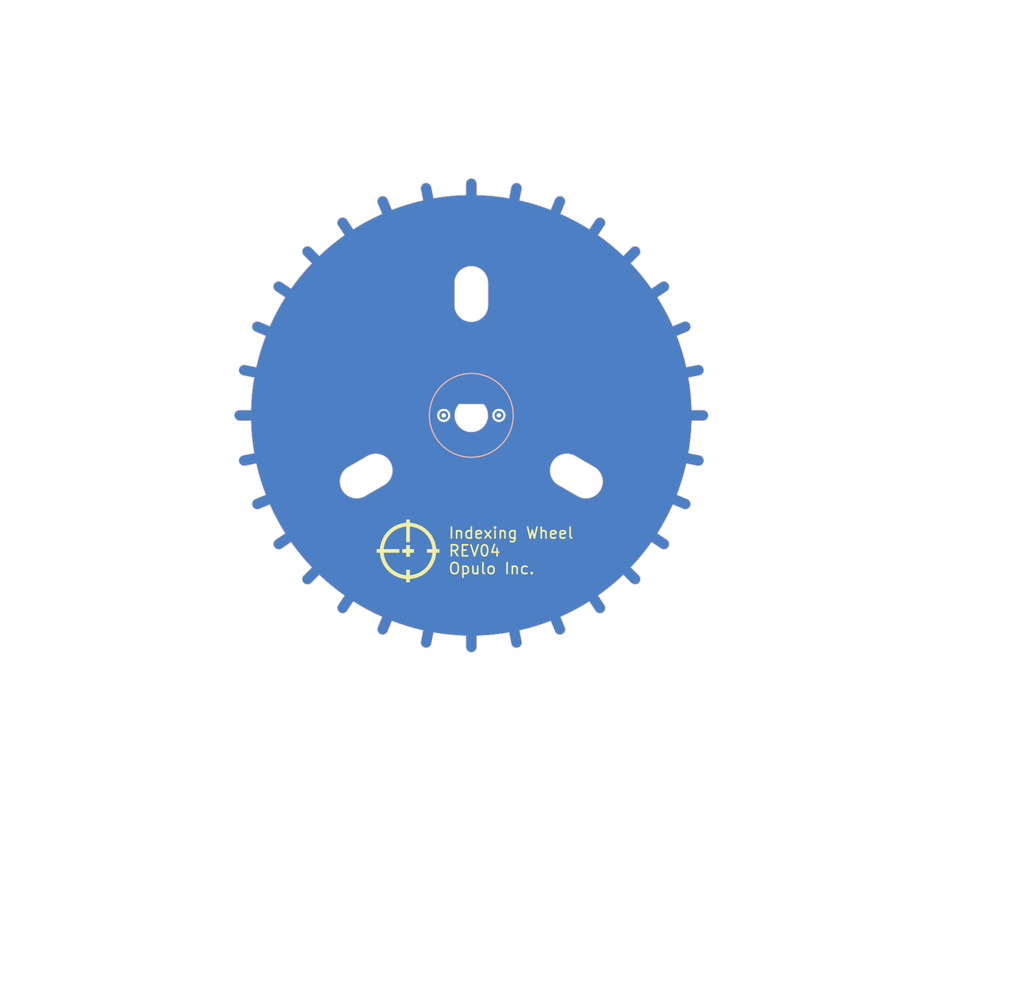
<source format=kicad_pcb>
(kicad_pcb (version 20211014) (generator pcbnew)
  (layers (0 "F.Cu" signal) (31 "B.Cu" signal) (34 "B.Paste" user) (35 "F.Paste" user) (36 "B.SilkS" user "B.Silkscreen") (37 "F.SilkS" user "F.Silkscreen") (38 "B.Mask" user) (39 "F.Mask" user) (44 "Edge.Cuts" user))
  (net 0 "")
  (footprint "index:logo" (layer "F.Cu") (at 143.76 105.28)
    (fp_text reference "G***" hide)
    (fp_text value "LOGO" hide)
    (fp_poly (pts (xy 0.169333 -2.543898) (xy 0.263869 -2.534212) (xy 0.52296 -2.493539) (xy 0.77827 -2.424972) (xy 1.029979 -2.32846) (xy 1.150055 -2.27195) (xy 1.292674 -2.196349) (xy 1.419534 -2.118738) (xy 1.537813 -2.033871) (xy 1.654691 -1.936508) (xy 1.777345 -1.821403) (xy 1.806554 -1.792443) (xy 1.926386 -1.667492) (xy 2.027294 -1.549938) (xy 2.114522 -1.432602) (xy 2.193312 -1.308306) (xy 2.268909 -1.16987) (xy 2.286061 -1.135945) (xy 2.396061 -0.885908) (xy 2.478089 -0.632356) (xy 2.532199 -0.375109) (xy 2.548323 -0.249759) (xy 2.558008 -0.155222) (xy 2.850444 -0.155222) (xy 2.850444 0.169333) (xy 2.557399 0.169333) (xy 2.547535 0.264583) (xy 2.507659 0.521009) (xy 2.441477 0.771033) (xy 2.348236 1.017208) (xy 2.286061 1.150055) (xy 2.21046 1.292674) (xy 2.132848 1.419534) (xy 2.047982 1.537813) (xy 1.950619 1.654691) (xy 1.835514 1.777345) (xy 1.806554 1.806554) (xy 1.681603 1.926386) (xy 1.564049 2.027294) (xy 1.446713 2.114522) (xy 1.322416 2.193312) (xy 1.18398 2.268909) (xy 1.150055 2.286061) (xy 0.900019 2.396061) (xy 0.646466 2.478089) (xy 0.38922 2.532199) (xy 0.263869 2.548323) (xy 0.169333 2.558008) (xy 0.169333 2.850444) (xy -0.155222 2.850444) (xy -0.155222 2.558008) (xy -0.249759 2.548323) (xy -0.508849 2.507649) (xy -0.76416 2.439083) (xy -1.015868 2.34257) (xy -1.135945 2.286061) (xy -1.278563 2.21046) (xy -1.405423 2.132848) (xy -1.523702 2.047982) (xy -1.64058 1.950619) (xy -1.763235 1.835514) (xy -1.792443 1.806554) (xy -1.912275 1.681603) (xy -2.013183 1.564049) (xy -2.100411 1.446713) (xy -2.179202 1.322416) (xy -2.254798 1.18398) (xy -2.27195 1.150055) (xy -2.38195 0.900019) (xy -2.463979 0.646466) (xy -2.518088 0.38922) (xy -2.534212 0.263869) (xy -2.543898 0.169333) (xy -2.836333 0.169333) (xy -2.836333 -0.155222) (xy -2.543898 -0.155222) (xy -2.205231 -0.155222) (xy -0.790222 -0.155222) (xy -0.790222 0.169333) (xy -2.205231 0.169333) (xy -2.195524 0.264583) (xy -2.159639 0.484313) (xy -2.097594 0.704567) (xy -2.011111 0.921475) (xy -1.901907 1.131165) (xy -1.771704 1.329766) (xy -1.659801 1.470858) (xy -1.506596 1.628821) (xy -1.33195 1.773377) (xy -1.140543 1.901804) (xy -0.937055 2.011383) (xy -0.726165 2.09939) (xy -0.512554 2.163106) (xy -0.443468 2.178102) (xy -0.370237 2.192329) (xy -0.31788 2.201925) (xy -0.27962 2.20791) (xy -0.248682 2.211303) (xy -0.218287 2.213125) (xy -0.208139 2.213523) (xy -0.155222 2.215444) (xy -0.155222 1.721555) (xy 0.169333 1.721555) (xy 0.169333 2.219342) (xy 0.264583 2.209635) (xy 0.483298 2.173883) (xy 0.70209 2.112335) (xy 0.916909 2.027114) (xy 1.123706 1.920343) (xy 1.318431 1.794146) (xy 1.497033 1.650645) (xy 1.655463 1.491964) (xy 1.673912 1.470858) (xy 1.818922 1.28327) (xy 1.944237 1.081651) (xy 2.048139 0.869873) (xy 2.128907 0.651808) (xy 2.184824 0.431326) (xy 2.209635 0.264583) (xy 2.219342 0.169333) (xy 1.721555 0.169333) (xy 1.721555 -0.155222) (xy 2.219342 -0.155222) (xy 2.209635 -0.250472) (xy 2.173749 -0.470202) (xy 2.111705 -0.690456) (xy 2.025222 -0.907364) (xy 1.916018 -1.117054) (xy 1.785814 -1.315655) (xy 1.673912 -1.456747) (xy 1.518331 -1.617203) (xy 1.342063 -1.762747) (xy 1.149159 -1.891257) (xy 0.943669 -2.000609) (xy 0.729643 -2.088681) (xy 0.511131 -2.153349) (xy 0.292182 -2.192491) (xy 0.264583 -2.195524) (xy 0.169333 -2.205231) (xy 0.169333 -0.790222) (xy -0.155222 -0.790222) (xy -0.155222 -2.205231) (xy -0.250472 -2.195524) (xy -0.469187 -2.159772) (xy -0.687979 -2.098224) (xy -0.902798 -2.013003) (xy -1.109595 -1.906233) (xy -1.30432 -1.780035) (xy -1.482922 -1.636534) (xy -1.641352 -1.477853) (xy -1.659801 -1.456747) (xy -1.804811 -1.269159) (xy -1.930126 -1.06754) (xy -2.034028 -0.855762) (xy -2.114796 -0.637697) (xy -2.170713 -0.417216) (xy -2.195524 -0.250472) (xy -2.205231 -0.155222) (xy -2.543898 -0.155222) (xy -2.534212 -0.249759) (xy -2.493539 -0.508849) (xy -2.424972 -0.76416) (xy -2.32846 -1.015868) (xy -2.27195 -1.135945) (xy -2.196349 -1.278563) (xy -2.118738 -1.405423) (xy -2.033871 -1.523702) (xy -1.936508 -1.64058) (xy -1.821403 -1.763235) (xy -1.792443 -1.792443) (xy -1.667492 -1.912275) (xy -1.549938 -2.013183) (xy -1.432602 -2.100411) (xy -1.308306 -2.179202) (xy -1.16987 -2.254798) (xy -1.135945 -2.27195) (xy -0.885908 -2.38195) (xy -0.632356 -2.463979) (xy -0.375109 -2.518088) (xy -0.249759 -2.534212) (xy -0.155222 -2.543898) (xy -0.155222 -2.836333) (xy 0.169333 -2.836333) (xy 0.169333 -2.543898)) (layer "F.SilkS") (width 0.01) (fill solid))
    (fp_poly (pts (xy 0.172439 -0.342195) (xy 0.176389 -0.162278) (xy 0.356305 -0.158329) (xy 0.536222 -0.154379) (xy 0.536222 0.16849) (xy 0.356305 0.172439) (xy 0.176389 0.176389) (xy 0.172439 0.356305) (xy 0.16849 0.536222) (xy -0.154379 0.536222) (xy -0.158329 0.356305) (xy -0.162278 0.176389) (xy -0.342195 0.172439) (xy -0.522111 0.16849) (xy -0.522111 -0.154379) (xy -0.342195 -0.158329) (xy -0.162278 -0.162278) (xy -0.158329 -0.342195) (xy -0.154379 -0.522111) (xy 0.16849 -0.522111) (xy 0.172439 -0.342195)) (layer "F.SilkS") (width 0.01) (fill solid))
  )
  (gr_circle (center 149.5 93) (end 153.3 93) (layer "B.SilkS") (width 0.12) (fill none))
  (gr_line (start 142.311014 74.337142) (end 141.926014 73.407142) (layer "Edge.Cuts") (width 0.05))
  (gr_arc (start 160.64 97.7) (mid 161.190445 99.749229) (end 159.141543 100.300889) (layer "Edge.Cuts") (width 0.05))
  (gr_arc (start 141.387023 111.280619) (mid 140.07229 110.63858) (end 138.808014 109.902142) (layer "Edge.Cuts") (width 0.05))
  (gr_line (start 133.154014 81.476142) (end 132.317014 80.917142) (layer "Edge.Cuts") (width 0.05))
  (gr_line (start 129.988014 88.609142) (end 129.001014 88.413142) (layer "Edge.Cuts") (width 0.05))
  (gr_line (start 169.012014 97.391142) (end 169.999014 97.587142) (layer "Edge.Cuts") (width 0.05))
  (gr_arc (start 163.990808 79.215688) (mid 164.95978 80.311962) (end 165.846014 81.476142) (layer "Edge.Cuts") (width 0.05))
  (gr_line (start 135.009014 79.216142) (end 134.297014 78.504142) (layer "Edge.Cuts") (width 0.05))
  (gr_line (start 169.207014 96.410142) (end 170.194014 96.607142) (layer "Edge.Cuts") (width 0.05))
  (gr_arc (start 152.910275 112.707505) (mid 151.46039 112.904085) (end 150.000014 112.994142) (layer "Edge.Cuts") (width 0.05))
  (gr_line (start 138.808014 109.902142) (end 138.249014 110.739142) (layer "Edge.Cuts") (width 0.05))
  (gr_line (start 160.192014 76.098142) (end 160.751014 75.261142) (layer "Edge.Cuts") (width 0.05))
  (gr_arc (start 134.298014 78.505142) (mid 134.297014 77.798142) (end 135.004014 77.797142) (layer "Edge.Cuts") (width 0.05))
  (gr_line (start 150.000014 112.994142) (end 150.000014 114.000142) (layer "Edge.Cuts") (width 0.05))
  (gr_line (start 167.780014 84.887142) (end 168.710014 84.502142) (layer "Edge.Cuts") (width 0.05))
  (gr_arc (start 160.751014 75.261142) (mid 161.445014 75.123142) (end 161.583014 75.817142) (layer "Edge.Cuts") (width 0.05))
  (gr_arc (start 149.000219 112.993745) (mid 147.539871 112.903704) (end 146.090014 112.707142) (layer "Edge.Cuts") (width 0.05))
  (gr_arc (start 129.002014 97.587142) (mid 128.414014 97.195142) (end 128.806014 96.607142) (layer "Edge.Cuts") (width 0.05))
  (gr_line (start 161.024014 109.346142) (end 161.583014 110.183142) (layer "Edge.Cuts") (width 0.05))
  (gr_line (start 161.024014 76.654142) (end 161.583014 75.817142) (layer "Edge.Cuts") (width 0.05))
  (gr_line (start 137.976014 76.654142) (end 137.417014 75.817142) (layer "Edge.Cuts") (width 0.05))
  (gr_line (start 149.000014 73.006142) (end 149.000014 72.000142) (layer "Edge.Cuts") (width 0.05))
  (gr_arc (start 164.702014 107.495142) (mid 164.703014 108.202142) (end 163.996014 108.203142) (layer "Edge.Cuts") (width 0.05))
  (gr_line (start 165.846014 104.524142) (end 166.683014 105.083142) (layer "Edge.Cuts") (width 0.05))
  (gr_arc (start 133.153876 81.476622) (mid 134.040075 80.31243) (end 135.009014 79.216142) (layer "Edge.Cuts") (width 0.05))
  (gr_line (start 135.716014 78.509142) (end 135.004014 77.797142) (layer "Edge.Cuts") (width 0.05))
  (gr_line (start 168.163014 85.811142) (end 169.093014 85.426142) (layer "Edge.Cuts") (width 0.05))
  (gr_line (start 148 81) (end 148 83) (layer "Edge.Cuts") (width 0.05))
  (gr_arc (start 146.089753 73.292779) (mid 147.539638 73.096199) (end 149.000014 73.006142) (layer "Edge.Cuts") (width 0.05))
  (gr_arc (start 128.500014 93.500142) (mid 128.000014 93.000142) (end 128.500014 92.500142) (layer "Edge.Cuts") (width 0.05))
  (gr_arc (start 160.191954 109.901668) (mid 158.927712 110.638103) (end 157.613014 111.280142) (layer "Edge.Cuts") (width 0.05))
  (gr_line (start 141.387014 111.280142) (end 141.002014 112.210142) (layer "Edge.Cuts") (width 0.05))
  (gr_arc (start 144.913014 72.502142) (mid 145.305014 71.914142) (end 145.893014 72.306142) (layer "Edge.Cuts") (width 0.05))
  (gr_line (start 167.780014 101.113142) (end 168.710014 101.498142) (layer "Edge.Cuts") (width 0.05))
  (gr_arc (start 163.284468 107.490936) (mid 162.188194 108.459908) (end 161.024014 109.346142) (layer "Edge.Cuts") (width 0.05))
  (gr_arc (start 151 83) (mid 149.5 84.5) (end 148 83) (layer "Edge.Cuts") (width 0.05))
  (gr_arc (start 130.291014 101.498142) (mid 129.637014 101.228142) (end 129.907014 100.574142) (layer "Edge.Cuts") (width 0.05))
  (gr_line (start 148.400001 92.000001) (end 150.6 92) (layer "Edge.Cuts") (width 0.05))
  (gr_arc (start 167.239014 104.251142) (mid 167.377014 104.945142) (end 166.683014 105.083142) (layer "Edge.Cuts") (width 0.05))
  (gr_line (start 131.220014 101.113142) (end 130.290014 101.498142) (layer "Edge.Cuts") (width 0.05))
  (gr_arc (start 157.613005 74.719665) (mid 158.927738 75.361704) (end 160.192014 76.098142) (layer "Edge.Cuts") (width 0.05))
  (gr_arc (start 131.761014 81.749142) (mid 131.623014 81.055142) (end 132.317014 80.917142) (layer "Edge.Cuts") (width 0.05))
  (gr_arc (start 131.219537 84.887151) (mid 131.861576 83.572418) (end 132.598014 82.308142) (layer "Edge.Cuts") (width 0.05))
  (gr_arc (start 129.506411 92.500347) (mid 129.596452 91.039999) (end 129.793014 89.590142) (layer "Edge.Cuts") (width 0.05))
  (gr_arc (start 161.023534 76.654004) (mid 162.187726 77.540203) (end 163.284014 78.509142) (layer "Edge.Cuts") (width 0.05))
  (gr_arc (start 168.709014 84.502142) (mid 169.363014 84.772142) (end 169.093014 85.426142) (layer "Edge.Cuts") (width 0.05))
  (gr_arc (start 149.999809 73.006539) (mid 151.460157 73.09658) (end 152.910014 73.293142) (layer "Edge.Cuts") (width 0.05))
  (gr_arc (start 169.207377 89.589881) (mid 169.403957 91.039766) (end 169.494014 92.500142) (layer "Edge.Cuts") (width 0.05))
  (gr_arc (start 153.107014 72.307142) (mid 153.694014 71.914142) (end 154.087014 72.501142) (layer "Edge.Cuts") (width 0.05))
  (gr_arc (start 130.8369 100.189523) (mid 130.361243 98.805868) (end 129.988014 97.391142) (layer "Edge.Cuts") (width 0.05))
  (gr_arc (start 141.926014 112.592142) (mid 141.273014 112.863142) (end 141.002014 112.210142) (layer "Edge.Cuts") (width 0.05))
  (gr_line (start 166.402014 82.308142) (end 167.239014 81.749142) (layer "Edge.Cuts") (width 0.05))
  (gr_line (start 153.891014 73.488142) (end 154.087014 72.501142) (layer "Edge.Cuts") (width 0.05))
  (gr_line (start 168.163014 100.189142) (end 169.093014 100.574142) (layer "Edge.Cuts") (width 0.05))
  (gr_arc (start 150.599999 92.000001) (mid 149.5 94.486605) (end 148.400001 92.000001) (layer "Edge.Cuts") (width 0.05))
  (gr_line (start 131.220014 84.887142) (end 130.290014 84.502142) (layer "Edge.Cuts") (width 0.05))
  (gr_arc (start 156.689395 111.663256) (mid 155.30574 112.138913) (end 153.891014 112.512142) (layer "Edge.Cuts") (width 0.05))
  (gr_line (start 129.793014 96.410142) (end 128.806014 96.607142) (layer "Edge.Cuts") (width 0.05))
  (gr_line (start 132.598014 103.692142) (end 131.761014 104.251142) (layer "Edge.Cuts") (width 0.05))
  (gr_line (start 146.090014 73.293142) (end 145.893014 72.306142) (layer "Edge.Cuts") (width 0.05))
  (gr_arc (start 129.908014 85.426142) (mid 129.637014 84.773142) (end 130.290014 84.502142) (layer "Edge.Cuts") (width 0.05))
  (gr_line (start 137.976014 109.346142) (end 137.417014 110.183142) (layer "Edge.Cuts") (width 0.05))
  (gr_arc (start 165.846152 104.523662) (mid 164.959953 105.687854) (end 163.991014 106.784142) (layer "Edge.Cuts") (width 0.05))
  (gr_line (start 165.846014 81.476142) (end 166.683014 80.917142) (layer "Edge.Cuts") (width 0.05))
  (gr_line (start 159.141543 100.300889) (end 157.41 99.3) (layer "Edge.Cuts") (width 0.05))
  (gr_arc (start 149.000014 72.000142) (mid 149.500014 71.500142) (end 150.000014 72.000142) (layer "Edge.Cuts") (width 0.05))
  (gr_arc (start 163.995014 77.798142) (mid 164.702014 77.797142) (end 164.703014 78.504142) (layer "Edge.Cuts") (width 0.05))
  (gr_line (start 166.402014 103.692142) (end 167.239014 104.251142) (layer "Edge.Cuts") (width 0.05))
  (gr_line (start 160.64 97.7) (end 158.911275 96.700736) (layer "Edge.Cuts") (width 0.05))
  (gr_arc (start 153.890654 73.48831) (mid 155.305369 73.861512) (end 156.689014 74.337142) (layer "Edge.Cuts") (width 0.05))
  (gr_arc (start 137.976494 109.34628) (mid 136.812302 108.460081) (end 135.716014 107.491142) (layer "Edge.Cuts") (width 0.05))
  (gr_line (start 169.494014 92.500142) (end 170.500014 92.500142) (layer "Edge.Cuts") (width 0.05))
  (gr_arc (start 135.00922 106.784596) (mid 134.040248 105.688322) (end 133.154014 104.524142) (layer "Edge.Cuts") (width 0.05))
  (gr_line (start 156.689014 111.663142) (end 157.074014 112.593142) (layer "Edge.Cuts") (width 0.05))
  (gr_line (start 138.358394 97.700928) (end 140.08 96.710001) (layer "Edge.Cuts") (width 0.05))
  (gr_line (start 157.613014 74.720142) (end 157.998014 73.790142) (layer "Edge.Cuts") (width 0.05))
  (gr_arc (start 161.583014 110.183142) (mid 161.445014 110.877142) (end 160.751014 110.739142) (layer "Edge.Cuts") (width 0.05))
  (gr_line (start 135.716014 107.491142) (end 135.004014 108.203142) (layer "Edge.Cuts") (width 0.05))
  (gr_line (start 135.009014 106.784142) (end 134.297014 107.496142) (layer "Edge.Cuts") (width 0.05))
  (gr_line (start 133.154014 104.524142) (end 132.317014 105.083142) (layer "Edge.Cuts") (width 0.05))
  (gr_arc (start 150.000014 114.000142) (mid 149.500014 114.500142) (end 149.000014 114.000142) (layer "Edge.Cuts") (width 0.05))
  (gr_line (start 153.891014 112.512142) (end 154.087014 113.499142) (layer "Edge.Cuts") (width 0.05))
  (gr_line (start 132.598014 82.308142) (end 131.761014 81.749142) (layer "Edge.Cuts") (width 0.05))
  (gr_line (start 152.910014 73.293142) (end 153.107014 72.306142) (layer "Edge.Cuts") (width 0.05))
  (gr_line (start 129.506014 93.500142) (end 128.500014 93.500142) (layer "Edge.Cuts") (width 0.05))
  (gr_line (start 163.284014 107.491142) (end 163.996014 108.203142) (layer "Edge.Cuts") (width 0.05))
  (gr_line (start 141.387014 74.720142) (end 141.002014 73.790142) (layer "Edge.Cuts") (width 0.05))
  (gr_line (start 163.991014 106.784142) (end 164.703014 107.496142) (layer "Edge.Cuts") (width 0.05))
  (gr_arc (start 166.40154 82.308202) (mid 167.137975 83.572444) (end 167.780014 84.887142) (layer "Edge.Cuts") (width 0.05))
  (gr_arc (start 129.792651 96.410403) (mid 129.596071 94.960518) (end 129.506014 93.500142) (layer "Edge.Cuts") (width 0.05))
  (gr_arc (start 157.41 99.3) (mid 156.860368 97.249362) (end 158.911275 96.700736) (layer "Edge.Cuts") (width 0.05))
  (gr_arc (start 132.317014 105.083142) (mid 131.623014 104.945142) (end 131.761014 104.251142) (layer "Edge.Cuts") (width 0.05))
  (gr_line (start 130.837014 85.811142) (end 129.907014 85.426142) (layer "Edge.Cuts") (width 0.05))
  (gr_arc (start 145.893014 113.693142) (mid 145.306014 114.086142) (end 144.913014 113.499142) (layer "Edge.Cuts") (width 0.05))
  (gr_arc (start 157.074014 73.408142) (mid 157.727014 73.137142) (end 157.998014 73.790142) (layer "Edge.Cuts") (width 0.05))
  (gr_arc (start 169.493617 93.499937) (mid 169.403576 94.960285) (end 169.207014 96.410142) (layer "Edge.Cuts") (width 0.05))
  (gr_line (start 169.207014 89.590142) (end 170.194014 89.393142) (layer "Edge.Cuts") (width 0.05))
  (gr_arc (start 128.807014 89.393142) (mid 128.414014 88.806142) (end 129.001014 88.413142) (layer "Edge.Cuts") (width 0.05))
  (gr_arc (start 170.500014 92.500142) (mid 171.000014 93.000142) (end 170.500014 93.500142) (layer "Edge.Cuts") (width 0.05))
  (gr_line (start 157.613014 111.280142) (end 157.998014 112.210142) (layer "Edge.Cuts") (width 0.05))
  (gr_arc (start 135.005014 108.202142) (mid 134.298014 108.203142) (end 134.297014 107.496142) (layer "Edge.Cuts") (width 0.05))
  (gr_arc (start 157.998014 112.209142) (mid 157.728014 112.863142) (end 157.074014 112.593142) (layer "Edge.Cuts") (width 0.05))
  (gr_arc (start 138.808074 76.098616) (mid 140.072316 75.362181) (end 141.387014 74.720142) (layer "Edge.Cuts") (width 0.05))
  (gr_arc (start 137.417014 75.817142) (mid 137.555014 75.123142) (end 138.249014 75.261142) (layer "Edge.Cuts") (width 0.05))
  (gr_arc (start 145.109374 112.511974) (mid 143.694659 112.138772) (end 142.311014 111.663142) (layer "Edge.Cuts") (width 0.05))
  (gr_arc (start 170.193014 96.607142) (mid 170.586014 97.194142) (end 169.999014 97.587142) (layer "Edge.Cuts") (width 0.05))
  (gr_line (start 150.000014 73.006142) (end 150.000014 72.000142) (layer "Edge.Cuts") (width 0.05))
  (gr_arc (start 140.08 96.710001) (mid 142.129779 97.239627) (end 141.600747 99.289559) (layer "Edge.Cuts") (width 0.05))
  (gr_line (start 163.284014 78.509142) (end 163.996014 77.797142) (layer "Edge.Cuts") (width 0.05))
  (gr_line (start 146.090014 112.707142) (end 145.893014 113.694142) (layer "Edge.Cuts") (width 0.05))
  (gr_arc (start 132.598488 103.692082) (mid 131.862053 102.42784) (end 131.220014 101.113142) (layer "Edge.Cuts") (width 0.05))
  (gr_arc (start 135.71556 78.509348) (mid 136.811834 77.540376) (end 137.976014 76.654142) (layer "Edge.Cuts") (width 0.05))
  (gr_arc (start 139.86 100.3) (mid 137.810464 99.750803) (end 138.358394 97.700928) (layer "Edge.Cuts") (width 0.05))
  (gr_line (start 142.311014 111.663142) (end 141.926014 112.593142) (layer "Edge.Cuts") (width 0.05))
  (gr_line (start 156.689014 74.337142) (end 157.074014 73.407142) (layer "Edge.Cuts") (width 0.05))
  (gr_arc (start 138.249014 110.739142) (mid 137.555014 110.877142) (end 137.417014 110.183142) (layer "Edge.Cuts") (width 0.05))
  (gr_line (start 129.793014 89.590142) (end 128.806014 89.393142) (layer "Edge.Cuts") (width 0.05))
  (gr_arc (start 166.683014 80.917142) (mid 167.377014 81.055142) (end 167.239014 81.749142) (layer "Edge.Cuts") (width 0.05))
  (gr_line (start 169.012014 88.609142) (end 169.999014 88.413142) (layer "Edge.Cuts") (width 0.05))
  (gr_line (start 145.109014 73.488142) (end 144.913014 72.501142) (layer "Edge.Cuts") (width 0.05))
  (gr_line (start 129.506014 92.500142) (end 128.500014 92.500142) (layer "Edge.Cuts") (width 0.05))
  (gr_line (start 151 81) (end 151 83) (layer "Edge.Cuts") (width 0.05))
  (gr_arc (start 148 81) (mid 149.5 79.5) (end 151 81) (layer "Edge.Cuts") (width 0.05))
  (gr_line (start 160.192014 109.902142) (end 160.751014 110.739142) (layer "Edge.Cuts") (width 0.05))
  (gr_line (start 152.910014 112.707142) (end 153.107014 113.694142) (layer "Edge.Cuts") (width 0.05))
  (gr_arc (start 167.780491 101.113133) (mid 167.138452 102.427866) (end 166.402014 103.692142) (layer "Edge.Cuts") (width 0.05))
  (gr_line (start 139.86 100.3) (end 141.600747 99.289559) (layer "Edge.Cuts") (width 0.05))
  (gr_arc (start 169.011846 97.390782) (mid 168.638644 98.805497) (end 168.163014 100.189142) (layer "Edge.Cuts") (width 0.05))
  (gr_arc (start 154.087014 113.498142) (mid 153.695014 114.086142) (end 153.107014 113.694142) (layer "Edge.Cuts") (width 0.05))
  (gr_arc (start 129.988182 88.609502) (mid 130.361384 87.194787) (end 130.837014 85.811142) (layer "Edge.Cuts") (width 0.05))
  (gr_line (start 145.109014 112.512142) (end 144.913014 113.499142) (layer "Edge.Cuts") (width 0.05))
  (gr_line (start 163.991014 79.216142) (end 164.703014 78.504142) (layer "Edge.Cuts") (width 0.05))
  (gr_arc (start 141.002014 73.791142) (mid 141.272014 73.137142) (end 141.926014 73.407142) (layer "Edge.Cuts") (width 0.05))
  (gr_line (start 149.000014 112.994142) (end 149.000014 114.000142) (layer "Edge.Cuts") (width 0.05))
  (gr_arc (start 169.998014 88.413142) (mid 170.586014 88.805142) (end 170.194014 89.393142) (layer "Edge.Cuts") (width 0.05))
  (gr_arc (start 168.163128 85.810761) (mid 168.638785 87.194416) (end 169.012014 88.609142) (layer "Edge.Cuts") (width 0.05))
  (gr_line (start 129.988014 97.391142) (end 129.001014 97.587142) (layer "Edge.Cuts") (width 0.05))
  (gr_arc (start 142.310633 74.337028) (mid 143.694288 73.861371) (end 145.109014 73.488142) (layer "Edge.Cuts") (width 0.05))
  (gr_line (start 169.494014 93.500142) (end 170.500014 93.500142) (layer "Edge.Cuts") (width 0.05))
  (gr_line (start 138.808014 76.098142) (end 138.249014 75.261142) (layer "Edge.Cuts") (width 0.05))
  (gr_line (start 130.837014 100.189142) (end 129.907014 100.574142) (layer "Edge.Cuts") (width 0.05))
  (gr_arc (start 169.092014 100.574142) (mid 169.363014 101.227142) (end 168.710014 101.498142) (layer "Edge.Cuts") (width 0.05))
  (gr_text "Indexing Wheel\nREV04\nOpulo Inc." (at 147.36 105.28) (layer "F.SilkS") (effects (font (size 1 1)) (justify left)))
  (via (at 147 93) (size 0.8) (drill 0.4) (layers "F.Cu" "B.Cu") (net 0))
  (via (at 152 93) (size 0.8) (drill 0.4) (layers "F.Cu" "B.Cu") (net 0))
  (zone (net 0) (net_name "") (layer "F.Cu") (connect_pads (clearance 0.05)) (min_thickness 0.254) (fill yes (thermal_gap 0.508) (thermal_bridge_width 0.508))
    (polygon (pts (xy 195.543858 64.125081) (xy 197.702858 144.770081) (xy 106.770858 142.611081) (xy 109.437858 57.140081)))
  )
  (zone (net 0) (net_name "") (layer "B.Cu") (connect_pads (clearance 0.05)) (min_thickness 0.254) (fill yes (thermal_gap 0.508) (thermal_bridge_width 0.508))
    (polygon (pts (xy 197.453346 62.327924) (xy 199.612346 142.972924) (xy 108.680346 140.813924) (xy 111.347346 55.342924)))
  )
)
</source>
